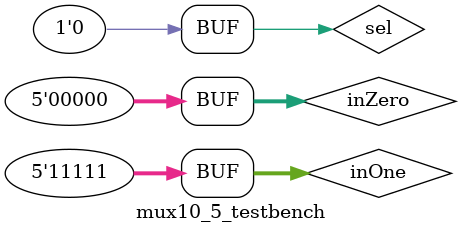
<source format=sv>
/*******************************************************************************
*	Authors:
*		Emraj Sidhu and Nesta Isakovic	
*
*	Description:
*		A 10x5 mux which selects between two 64 bit input wire buses.
*
*	Inputs:
*		inOne: The 5 bit signal passed when the select signal is high.
*		inZero: The	5 bit signal passed when the select signal is low.
*		sel: A one bit signal for selecting the routed wire bus.
*			
*	Outputs:
*		out: The 5 bit output signal selected by the sel signal.
*
*******************************************************************************/
`timescale 10ps/1fs

module mux10_5 (inOne, inZero, sel, out);
	input logic [4:0] inOne, inZero;
	input logic sel;
	output logic [4:0] out;

	genvar i;
	
	generate 
		for (i = 0; i < 5; i++) begin : eachRouteMux
			mux2_1 routeMux1 (.in({inOne[i], inZero[i]}), .sel(sel), .out(out[i]));
		end
	endgenerate 

endmodule

module mux10_5_testbench();
	logic [4:0] inOne, inZero, out;
	logic sel;
	
	mux10_5 dut (.inOne, .inZero, .sel, .out);
	
	initial begin 
		sel = 0; inOne = 5'b11111; inZero = 5'b00000; #100;
		sel = 1;				                     		 #100;
		sel = 0;				                      		 #100;
		sel = 1;				                       		 #100;
		sel = 0;				                      		 #100;
	end

endmodule
</source>
